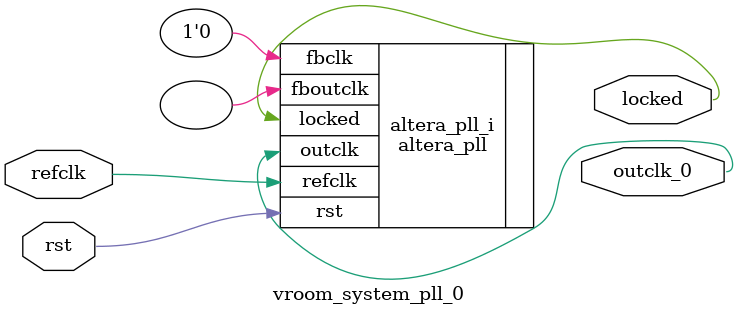
<source format=v>
`timescale 1ns/10ps
module  vroom_system_pll_0(

	// interface 'refclk'
	input wire refclk,

	// interface 'reset'
	input wire rst,

	// interface 'outclk0'
	output wire outclk_0,

	// interface 'locked'
	output wire locked
);

	altera_pll #(
		.fractional_vco_multiplier("false"),
		.reference_clock_frequency("125.0 MHz"),
		.operation_mode("direct"),
		.number_of_clocks(1),
		.output_clock_frequency0("50.000000 MHz"),
		.phase_shift0("0 ps"),
		.duty_cycle0(50),
		.output_clock_frequency1("0 MHz"),
		.phase_shift1("0 ps"),
		.duty_cycle1(50),
		.output_clock_frequency2("0 MHz"),
		.phase_shift2("0 ps"),
		.duty_cycle2(50),
		.output_clock_frequency3("0 MHz"),
		.phase_shift3("0 ps"),
		.duty_cycle3(50),
		.output_clock_frequency4("0 MHz"),
		.phase_shift4("0 ps"),
		.duty_cycle4(50),
		.output_clock_frequency5("0 MHz"),
		.phase_shift5("0 ps"),
		.duty_cycle5(50),
		.output_clock_frequency6("0 MHz"),
		.phase_shift6("0 ps"),
		.duty_cycle6(50),
		.output_clock_frequency7("0 MHz"),
		.phase_shift7("0 ps"),
		.duty_cycle7(50),
		.output_clock_frequency8("0 MHz"),
		.phase_shift8("0 ps"),
		.duty_cycle8(50),
		.output_clock_frequency9("0 MHz"),
		.phase_shift9("0 ps"),
		.duty_cycle9(50),
		.output_clock_frequency10("0 MHz"),
		.phase_shift10("0 ps"),
		.duty_cycle10(50),
		.output_clock_frequency11("0 MHz"),
		.phase_shift11("0 ps"),
		.duty_cycle11(50),
		.output_clock_frequency12("0 MHz"),
		.phase_shift12("0 ps"),
		.duty_cycle12(50),
		.output_clock_frequency13("0 MHz"),
		.phase_shift13("0 ps"),
		.duty_cycle13(50),
		.output_clock_frequency14("0 MHz"),
		.phase_shift14("0 ps"),
		.duty_cycle14(50),
		.output_clock_frequency15("0 MHz"),
		.phase_shift15("0 ps"),
		.duty_cycle15(50),
		.output_clock_frequency16("0 MHz"),
		.phase_shift16("0 ps"),
		.duty_cycle16(50),
		.output_clock_frequency17("0 MHz"),
		.phase_shift17("0 ps"),
		.duty_cycle17(50),
		.pll_type("General"),
		.pll_subtype("General")
	) altera_pll_i (
		.rst	(rst),
		.outclk	({outclk_0}),
		.locked	(locked),
		.fboutclk	( ),
		.fbclk	(1'b0),
		.refclk	(refclk)
	);
endmodule


</source>
